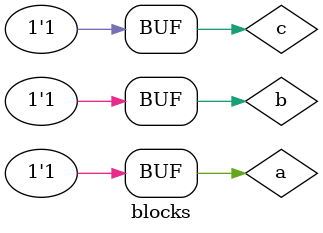
<source format=v>

module blocks;
reg a,b,c;

always begin
#10 a=0;
#20 a=1;
$display("a=%b ",a);
end
always begin
#3 b=0;
#2 b=1;
$display("b=%b",b);
end

always begin
#2 c=0;
#1 c=1;
$display("c=%b",c);
end 
endmodule

</source>
